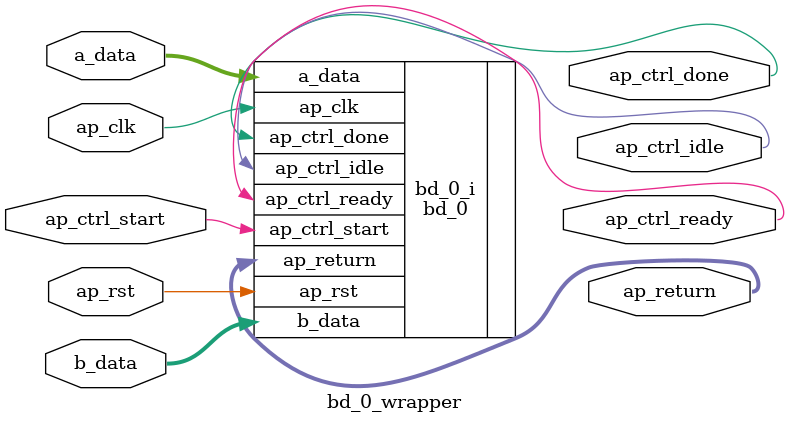
<source format=v>
`timescale 1 ps / 1 ps

module bd_0_wrapper
   (a_data,
    ap_clk,
    ap_ctrl_done,
    ap_ctrl_idle,
    ap_ctrl_ready,
    ap_ctrl_start,
    ap_return,
    ap_rst,
    b_data);
  input [63:0]a_data;
  input ap_clk;
  output ap_ctrl_done;
  output ap_ctrl_idle;
  output ap_ctrl_ready;
  input ap_ctrl_start;
  output [127:0]ap_return;
  input ap_rst;
  input [63:0]b_data;

  wire [63:0]a_data;
  wire ap_clk;
  wire ap_ctrl_done;
  wire ap_ctrl_idle;
  wire ap_ctrl_ready;
  wire ap_ctrl_start;
  wire [127:0]ap_return;
  wire ap_rst;
  wire [63:0]b_data;

  bd_0 bd_0_i
       (.a_data(a_data),
        .ap_clk(ap_clk),
        .ap_ctrl_done(ap_ctrl_done),
        .ap_ctrl_idle(ap_ctrl_idle),
        .ap_ctrl_ready(ap_ctrl_ready),
        .ap_ctrl_start(ap_ctrl_start),
        .ap_return(ap_return),
        .ap_rst(ap_rst),
        .b_data(b_data));
endmodule

</source>
